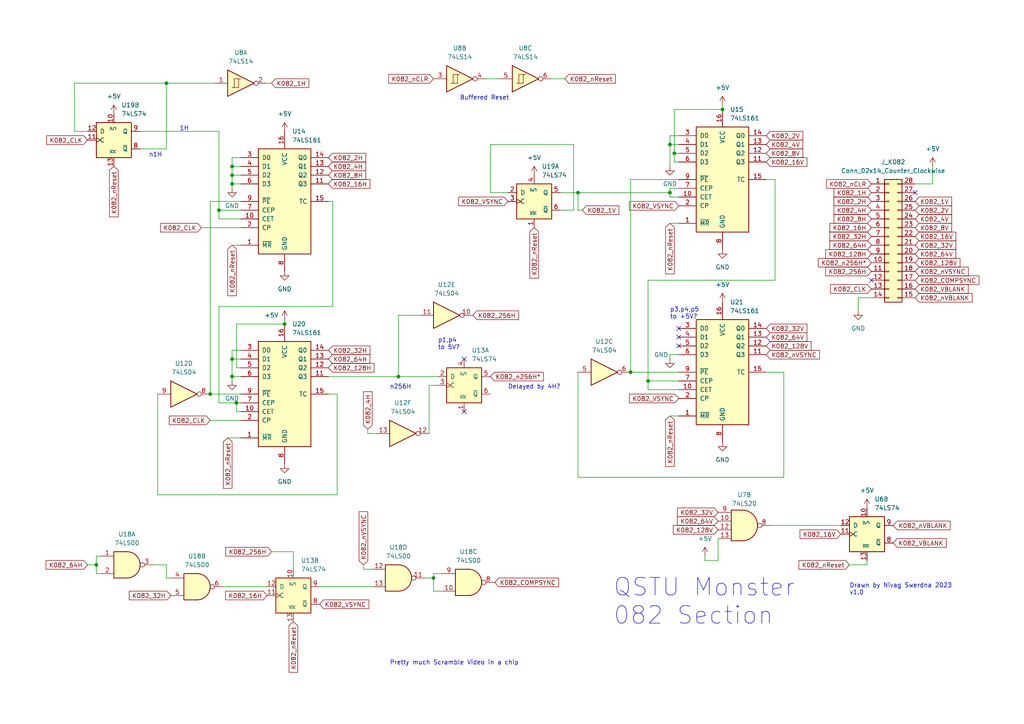
<source format=kicad_sch>
(kicad_sch (version 20230121) (generator eeschema)
  (paper "A4")
  (lib_symbols
    (symbol "74xx:74LS00" (pin_names (offset 1.016))
      (property "Reference" "U" (at 0 1.27 0))
      (property "Value" "74LS00" (at 0 -1.27 0))
      (symbol "74LS00_1_1"
        (arc (start 0 -3.81) (mid 3.7934 0) (end 0 3.81) (stroke (width 0.254)) (fill (type background)))
        (polyline (pts (xy 0 3.81) (xy -3.81 3.81) (xy -3.81 -3.81) (xy 0 -3.81)) (stroke (width 0.254)) (fill (type background)))
        (pin input line (at -7.62 2.54 0) (length 3.81) (name "~") (number "1"))
        (pin input line (at -7.62 -2.54 0) (length 3.81) (name "~") (number "2"))
        (pin output inverted (at 7.62 0 180) (length 3.81) (name "~") (number "3"))
      )
      (symbol "74LS00_1_2"
        (arc (start -3.81 -3.81) (mid -2.589 0) (end -3.81 3.81) (stroke (width 0.254)))
        (arc (start -0.6096 -3.81) (mid 2.1842 -2.5851) (end 3.81 0) (stroke (width 0.254)) (fill (type background)))
        (polyline (pts (xy -3.81 -3.81) (xy -0.635 -3.81)) (stroke (width 0.254)) (fill (type background)))
        (polyline (pts (xy -3.81 3.81) (xy -0.635 3.81)) (stroke (width 0.254)) (fill (type background)))
        (polyline (pts (xy -0.635 3.81) (xy -3.81 3.81) (xy -3.81 3.81) (xy -3.556 3.4036) (xy -3.0226 2.2606) (xy -2.6924 1.0414) (xy -2.6162 -0.254) (xy -2.7686 -1.4986) (xy -3.175 -2.7178) (xy -3.81 -3.81) (xy -3.81 -3.81) (xy -0.635 -3.81)) (stroke (width -25.4)) (fill (type background)))
        (arc (start 3.81 0) (mid 2.1915 2.5936) (end -0.6096 3.81) (stroke (width 0.254)) (fill (type background)))
        (pin input inverted (at -7.62 2.54 0) (length 4.318) (name "~") (number "1"))
        (pin input inverted (at -7.62 -2.54 0) (length 4.318) (name "~") (number "2"))
        (pin output line (at 7.62 0 180) (length 3.81) (name "~") (number "3"))
      )
      (symbol "74LS00_2_1"
        (arc (start 0 -3.81) (mid 3.7934 0) (end 0 3.81) (stroke (width 0.254)) (fill (type background)))
        (polyline (pts (xy 0 3.81) (xy -3.81 3.81) (xy -3.81 -3.81) (xy 0 -3.81)) (stroke (width 0.254)) (fill (type background)))
        (pin input line (at -7.62 2.54 0) (length 3.81) (name "~") (number "4"))
        (pin input line (at -7.62 -2.54 0) (length 3.81) (name "~") (number "5"))
        (pin output inverted (at 7.62 0 180) (length 3.81) (name "~") (number "6"))
      )
      (symbol "74LS00_2_2"
        (arc (start -3.81 -3.81) (mid -2.589 0) (end -3.81 3.81) (stroke (width 0.254)))
        (arc (start -0.6096 -3.81) (mid 2.1842 -2.5851) (end 3.81 0) (stroke (width 0.254)) (fill (type background)))
        (polyline (pts (xy -3.81 -3.81) (xy -0.635 -3.81)) (stroke (width 0.254)) (fill (type background)))
        (polyline (pts (xy -3.81 3.81) (xy -0.635 3.81)) (stroke (width 0.254)) (fill (type background)))
        (polyline (pts (xy -0.635 3.81) (xy -3.81 3.81) (xy -3.81 3.81) (xy -3.556 3.4036) (xy -3.0226 2.2606) (xy -2.6924 1.0414) (xy -2.6162 -0.254) (xy -2.7686 -1.4986) (xy -3.175 -2.7178) (xy -3.81 -3.81) (xy -3.81 -3.81) (xy -0.635 -3.81)) (stroke (width -25.4)) (fill (type background)))
        (arc (start 3.81 0) (mid 2.1915 2.5936) (end -0.6096 3.81) (stroke (width 0.254)) (fill (type background)))
        (pin input inverted (at -7.62 2.54 0) (length 4.318) (name "~") (number "4"))
        (pin input inverted (at -7.62 -2.54 0) (length 4.318) (name "~") (number "5"))
        (pin output line (at 7.62 0 180) (length 3.81) (name "~") (number "6"))
      )
      (symbol "74LS00_3_1"
        (arc (start 0 -3.81) (mid 3.7934 0) (end 0 3.81) (stroke (width 0.254)) (fill (type background)))
        (polyline (pts (xy 0 3.81) (xy -3.81 3.81) (xy -3.81 -3.81) (xy 0 -3.81)) (stroke (width 0.254)) (fill (type background)))
        (pin input line (at -7.62 -2.54 0) (length 3.81) (name "~") (number "10"))
        (pin output inverted (at 7.62 0 180) (length 3.81) (name "~") (number "8"))
        (pin input line (at -7.62 2.54 0) (length 3.81) (name "~") (number "9"))
      )
      (symbol "74LS00_3_2"
        (arc (start -3.81 -3.81) (mid -2.589 0) (end -3.81 3.81) (stroke (width 0.254)))
        (arc (start -0.6096 -3.81) (mid 2.1842 -2.5851) (end 3.81 0) (stroke (width 0.254)) (fill (type background)))
        (polyline (pts (xy -3.81 -3.81) (xy -0.635 -3.81)) (stroke (width 0.254)) (fill (type background)))
        (polyline (pts (xy -3.81 3.81) (xy -0.635 3.81)) (stroke (width 0.254)) (fill (type background)))
        (polyline (pts (xy -0.635 3.81) (xy -3.81 3.81) (xy -3.81 3.81) (xy -3.556 3.4036) (xy -3.0226 2.2606) (xy -2.6924 1.0414) (xy -2.6162 -0.254) (xy -2.7686 -1.4986) (xy -3.175 -2.7178) (xy -3.81 -3.81) (xy -3.81 -3.81) (xy -0.635 -3.81)) (stroke (width -25.4)) (fill (type background)))
        (arc (start 3.81 0) (mid 2.1915 2.5936) (end -0.6096 3.81) (stroke (width 0.254)) (fill (type background)))
        (pin input inverted (at -7.62 -2.54 0) (length 4.318) (name "~") (number "10"))
        (pin output line (at 7.62 0 180) (length 3.81) (name "~") (number "8"))
        (pin input inverted (at -7.62 2.54 0) (length 4.318) (name "~") (number "9"))
      )
      (symbol "74LS00_4_1"
        (arc (start 0 -3.81) (mid 3.7934 0) (end 0 3.81) (stroke (width 0.254)) (fill (type background)))
        (polyline (pts (xy 0 3.81) (xy -3.81 3.81) (xy -3.81 -3.81) (xy 0 -3.81)) (stroke (width 0.254)) (fill (type background)))
        (pin output inverted (at 7.62 0 180) (length 3.81) (name "~") (number "11"))
        (pin input line (at -7.62 2.54 0) (length 3.81) (name "~") (number "12"))
        (pin input line (at -7.62 -2.54 0) (length 3.81) (name "~") (number "13"))
      )
      (symbol "74LS00_4_2"
        (arc (start -3.81 -3.81) (mid -2.589 0) (end -3.81 3.81) (stroke (width 0.254)))
        (arc (start -0.6096 -3.81) (mid 2.1842 -2.5851) (end 3.81 0) (stroke (width 0.254)) (fill (type background)))
        (polyline (pts (xy -3.81 -3.81) (xy -0.635 -3.81)) (stroke (width 0.254)) (fill (type background)))
        (polyline (pts (xy -3.81 3.81) (xy -0.635 3.81)) (stroke (width 0.254)) (fill (type background)))
        (polyline (pts (xy -0.635 3.81) (xy -3.81 3.81) (xy -3.81 3.81) (xy -3.556 3.4036) (xy -3.0226 2.2606) (xy -2.6924 1.0414) (xy -2.6162 -0.254) (xy -2.7686 -1.4986) (xy -3.175 -2.7178) (xy -3.81 -3.81) (xy -3.81 -3.81) (xy -0.635 -3.81)) (stroke (width -25.4)) (fill (type background)))
        (arc (start 3.81 0) (mid 2.1915 2.5936) (end -0.6096 3.81) (stroke (width 0.254)) (fill (type background)))
        (pin output line (at 7.62 0 180) (length 3.81) (name "~") (number "11"))
        (pin input inverted (at -7.62 2.54 0) (length 4.318) (name "~") (number "12"))
        (pin input inverted (at -7.62 -2.54 0) (length 4.318) (name "~") (number "13"))
      )
      (symbol "74LS00_5_0"
        (pin power_in line (at 0 12.7 270) (length 5.08) (name "VCC") (number "14"))
        (pin power_in line (at 0 -12.7 90) (length 5.08) (name "GND") (number "7"))
      )
      (symbol "74LS00_5_1"
        (rectangle (start -5.08 7.62) (end 5.08 -7.62) (stroke (width 0.254)) (fill (type background)))
      )
    )
    (symbol "74xx:74LS04"
      (property "Reference" "U" (at 0 1.27 0))
      (property "Value" "74LS04" (at 0 -1.27 0))
      (symbol "74LS04_1_0"
        (polyline (pts (xy -3.81 3.81) (xy -3.81 -3.81) (xy 3.81 0) (xy -3.81 3.81)) (stroke (width 0.254)) (fill (type background)))
        (pin input line (at -7.62 0 0) (length 3.81) (name "~") (number "1"))
        (pin output inverted (at 7.62 0 180) (length 3.81) (name "~") (number "2"))
      )
      (symbol "74LS04_2_0"
        (polyline (pts (xy -3.81 3.81) (xy -3.81 -3.81) (xy 3.81 0) (xy -3.81 3.81)) (stroke (width 0.254)) (fill (type background)))
        (pin input line (at -7.62 0 0) (length 3.81) (name "~") (number "3"))
        (pin output inverted (at 7.62 0 180) (length 3.81) (name "~") (number "4"))
      )
      (symbol "74LS04_3_0"
        (polyline (pts (xy -3.81 3.81) (xy -3.81 -3.81) (xy 3.81 0) (xy -3.81 3.81)) (stroke (width 0.254)) (fill (type background)))
        (pin input line (at -7.62 0 0) (length 3.81) (name "~") (number "5"))
        (pin output inverted (at 7.62 0 180) (length 3.81) (name "~") (number "6"))
      )
      (symbol "74LS04_4_0"
        (polyline (pts (xy -3.81 3.81) (xy -3.81 -3.81) (xy 3.81 0) (xy -3.81 3.81)) (stroke (width 0.254)) (fill (type background)))
        (pin output inverted (at 7.62 0 180) (length 3.81) (name "~") (number "8"))
        (pin input line (at -7.62 0 0) (length 3.81) (name "~") (number "9"))
      )
      (symbol "74LS04_5_0"
        (polyline (pts (xy -3.81 3.81) (xy -3.81 -3.81) (xy 3.81 0) (xy -3.81 3.81)) (stroke (width 0.254)) (fill (type background)))
        (pin output inverted (at 7.62 0 180) (length 3.81) (name "~") (number "10"))
        (pin input line (at -7.62 0 0) (length 3.81) (name "~") (number "11"))
      )
      (symbol "74LS04_6_0"
        (polyline (pts (xy -3.81 3.81) (xy -3.81 -3.81) (xy 3.81 0) (xy -3.81 3.81)) (stroke (width 0.254)) (fill (type background)))
        (pin output inverted (at 7.62 0 180) (length 3.81) (name "~") (number "12"))
        (pin input line (at -7.62 0 0) (length 3.81) (name "~") (number "13"))
      )
      (symbol "74LS04_7_0"
        (pin power_in line (at 0 12.7 270) (length 5.08) (name "VCC") (number "14"))
        (pin power_in line (at 0 -12.7 90) (length 5.08) (name "GND") (number "7"))
      )
      (symbol "74LS04_7_1"
        (rectangle (start -5.08 7.62) (end 5.08 -7.62) (stroke (width 0.254)) (fill (type background)))
      )
    )
    (symbol "74xx:74LS14" (pin_names (offset 1.016))
      (property "Reference" "U" (at 0 1.27 0))
      (property "Value" "74LS14" (at 0 -1.27 0))
      (symbol "74LS14_1_0"
        (polyline (pts (xy -3.81 3.81) (xy -3.81 -3.81) (xy 3.81 0) (xy -3.81 3.81)) (stroke (width 0.254)) (fill (type background)))
        (pin input line (at -7.62 0 0) (length 3.81) (name "~") (number "1"))
        (pin output inverted (at 7.62 0 180) (length 3.81) (name "~") (number "2"))
      )
      (symbol "74LS14_1_1"
        (polyline (pts (xy -1.905 -1.27) (xy -1.905 1.27) (xy -0.635 1.27)))
        (polyline (pts (xy -2.54 -1.27) (xy -0.635 -1.27) (xy -0.635 1.27) (xy 0 1.27)))
      )
      (symbol "74LS14_2_0"
        (polyline (pts (xy -3.81 3.81) (xy -3.81 -3.81) (xy 3.81 0) (xy -3.81 3.81)) (stroke (width 0.254)) (fill (type background)))
        (pin input line (at -7.62 0 0) (length 3.81) (name "~") (number "3"))
        (pin output inverted (at 7.62 0 180) (length 3.81) (name "~") (number "4"))
      )
      (symbol "74LS14_2_1"
        (polyline (pts (xy -1.905 -1.27) (xy -1.905 1.27) (xy -0.635 1.27)))
        (polyline (pts (xy -2.54 -1.27) (xy -0.635 -1.27) (xy -0.635 1.27) (xy 0 1.27)))
      )
      (symbol "74LS14_3_0"
        (polyline (pts (xy -3.81 3.81) (xy -3.81 -3.81) (xy 3.81 0) (xy -3.81 3.81)) (stroke (width 0.254)) (fill (type background)))
        (pin input line (at -7.62 0 0) (length 3.81) (name "~") (number "5"))
        (pin output inverted (at 7.62 0 180) (length 3.81) (name "~") (number "6"))
      )
      (symbol "74LS14_3_1"
        (polyline (pts (xy -1.905 -1.27) (xy -1.905 1.27) (xy -0.635 1.27)))
        (polyline (pts (xy -2.54 -1.27) (xy -0.635 -1.27) (xy -0.635 1.27) (xy 0 1.27)))
      )
      (symbol "74LS14_4_0"
        (polyline (pts (xy -3.81 3.81) (xy -3.81 -3.81) (xy 3.81 0) (xy -3.81 3.81)) (stroke (width 0.254)) (fill (type background)))
        (pin output inverted (at 7.62 0 180) (length 3.81) (name "~") (number "8"))
        (pin input line (at -7.62 0 0) (length 3.81) (name "~") (number "9"))
      )
      (symbol "74LS14_4_1"
        (polyline (pts (xy -1.905 -1.27) (xy -1.905 1.27) (xy -0.635 1.27)))
        (polyline (pts (xy -2.54 -1.27) (xy -0.635 -1.27) (xy -0.635 1.27) (xy 0 1.27)))
      )
      (symbol "74LS14_5_0"
        (polyline (pts (xy -3.81 3.81) (xy -3.81 -3.81) (xy 3.81 0) (xy -3.81 3.81)) (stroke (width 0.254)) (fill (type background)))
        (pin output inverted (at 7.62 0 180) (length 3.81) (name "~") (number "10"))
        (pin input line (at -7.62 0 0) (length 3.81) (name "~") (number "11"))
      )
      (symbol "74LS14_5_1"
        (polyline (pts (xy -1.905 -1.27) (xy -1.905 1.27) (xy -0.635 1.27)))
        (polyline (pts (xy -2.54 -1.27) (xy -0.635 -1.27) (xy -0.635 1.27) (xy 0 1.27)))
      )
      (symbol "74LS14_6_0"
        (polyline (pts (xy -3.81 3.81) (xy -3.81 -3.81) (xy 3.81 0) (xy -3.81 3.81)) (stroke (width 0.254)) (fill (type background)))
        (pin output inverted (at 7.62 0 180) (length 3.81) (name "~") (number "12"))
        (pin input line (at -7.62 0 0) (length 3.81) (name "~") (number "13"))
      )
      (symbol "74LS14_6_1"
        (polyline (pts (xy -1.905 -1.27) (xy -1.905 1.27) (xy -0.635 1.27)))
        (polyline (pts (xy -2.54 -1.27) (xy -0.635 -1.27) (xy -0.635 1.27) (xy 0 1.27)))
      )
      (symbol "74LS14_7_0"
        (pin power_in line (at 0 12.7 270) (length 5.08) (name "VCC") (number "14"))
        (pin power_in line (at 0 -12.7 90) (length 5.08) (name "GND") (number "7"))
      )
      (symbol "74LS14_7_1"
        (rectangle (start -5.08 7.62) (end 5.08 -7.62) (stroke (width 0.254)) (fill (type background)))
      )
    )
    (symbol "74xx:74LS161" (pin_names (offset 1.016))
      (property "Reference" "U" (at -7.62 16.51 0))
      (property "Value" "74LS161" (at -7.62 -16.51 0))
      (symbol "74LS161_1_0"
        (pin input line (at -12.7 -12.7 0) (length 5.08) (name "~{MR}") (number "1"))
        (pin input line (at -12.7 -5.08 0) (length 5.08) (name "CET") (number "10"))
        (pin output line (at 12.7 5.08 180) (length 5.08) (name "Q3") (number "11"))
        (pin output line (at 12.7 7.62 180) (length 5.08) (name "Q2") (number "12"))
        (pin output line (at 12.7 10.16 180) (length 5.08) (name "Q1") (number "13"))
        (pin output line (at 12.7 12.7 180) (length 5.08) (name "Q0") (number "14"))
        (pin output line (at 12.7 0 180) (length 5.08) (name "TC") (number "15"))
        (pin power_in line (at 0 20.32 270) (length 5.08) (name "VCC") (number "16"))
        (pin input line (at -12.7 -7.62 0) (length 5.08) (name "CP") (number "2"))
        (pin input line (at -12.7 12.7 0) (length 5.08) (name "D0") (number "3"))
        (pin input line (at -12.7 10.16 0) (length 5.08) (name "D1") (number "4"))
        (pin input line (at -12.7 7.62 0) (length 5.08) (name "D2") (number "5"))
        (pin input line (at -12.7 5.08 0) (length 5.08) (name "D3") (number "6"))
        (pin input line (at -12.7 -2.54 0) (length 5.08) (name "CEP") (number "7"))
        (pin power_in line (at 0 -20.32 90) (length 5.08) (name "GND") (number "8"))
        (pin input line (at -12.7 0 0) (length 5.08) (name "~{PE}") (number "9"))
      )
      (symbol "74LS161_1_1"
        (rectangle (start -7.62 15.24) (end 7.62 -15.24) (stroke (width 0.254)) (fill (type background)))
      )
    )
    (symbol "74xx:74LS20" (pin_names (offset 1.016))
      (property "Reference" "U" (at 0 1.27 0))
      (property "Value" "74LS20" (at 0 -1.27 0))
      (symbol "74LS20_1_1"
        (arc (start -0.635 -4.445) (mid 3.7907 0) (end -0.635 4.445) (stroke (width 0.254)) (fill (type background)))
        (polyline (pts (xy -0.635 4.445) (xy -3.81 4.445) (xy -3.81 -4.445) (xy -0.635 -4.445)) (stroke (width 0.254)) (fill (type background)))
        (pin input line (at -7.62 3.81 0) (length 3.81) (name "~") (number "1"))
        (pin input line (at -7.62 1.27 0) (length 3.81) (name "~") (number "2"))
        (pin input line (at -7.62 -1.27 0) (length 3.81) (name "~") (number "4"))
        (pin input line (at -7.62 -3.81 0) (length 3.81) (name "~") (number "5"))
        (pin output inverted (at 7.62 0 180) (length 3.81) (name "~") (number "6"))
      )
      (symbol "74LS20_1_2"
        (arc (start -3.81 -4.445) (mid -2.5908 0) (end -3.81 4.445) (stroke (width 0.254)))
        (arc (start -0.6096 -4.445) (mid 2.2246 -2.8422) (end 3.81 0) (stroke (width 0.254)) (fill (type background)))
        (polyline (pts (xy -3.81 -4.445) (xy -0.635 -4.445)) (stroke (width 0.254)) (fill (type background)))
        (polyline (pts (xy -3.81 4.445) (xy -0.635 4.445)) (stroke (width 0.254)) (fill (type background)))
        (polyline (pts (xy -0.635 4.445) (xy -3.81 4.445) (xy -3.81 4.445) (xy -3.6322 4.0894) (xy -3.0988 2.921) (xy -2.7686 1.6764) (xy -2.6162 0.4318) (xy -2.6416 -0.8636) (xy -2.8702 -2.1082) (xy -3.2512 -3.3274) (xy -3.81 -4.445) (xy -3.81 -4.445) (xy -0.635 -4.445)) (stroke (width -25.4)) (fill (type background)))
        (arc (start 3.81 0) (mid 2.2204 2.8379) (end -0.6096 4.445) (stroke (width 0.254)) (fill (type background)))
        (pin input inverted (at -7.62 3.81 0) (length 3.81) (name "~") (number "1"))
        (pin input inverted (at -7.62 1.27 0) (length 4.826) (name "~") (number "2"))
        (pin input inverted (at -7.62 -1.27 0) (length 4.826) (name "~") (number "4"))
        (pin input inverted (at -7.62 -3.81 0) (length 3.81) (name "~") (number "5"))
        (pin output line (at 7.62 0 180) (length 3.81) (name "~") (number "6"))
      )
      (symbol "74LS20_2_1"
        (arc (start -0.635 -4.445) (mid 3.7907 0) (end -0.635 4.445) (stroke (width 0.254)) (fill (type background)))
        (polyline (pts (xy -0.635 4.445) (xy -3.81 4.445) (xy -3.81 -4.445) (xy -0.635 -4.445)) (stroke (width 0.254)) (fill (type background)))
        (pin input line (at -7.62 1.27 0) (length 3.81) (name "~") (number "10"))
        (pin input line (at -7.62 -1.27 0) (length 3.81) (name "~") (number "12"))
        (pin input line (at -7.62 -3.81 0) (length 3.81) (name "~") (number "13"))
        (pin output inverted (at 7.62 0 180) (length 3.81) (name "~") (number "8"))
        (pin input line (at -7.62 3.81 0) (length 3.81) (name "~") (number "9"))
      )
      (symbol "74LS20_2_2"
        (arc (start -3.81 -4.445) (mid -2.5908 0) (end -3.81 4.445) (stroke (width 0.254)))
        (arc (start -0.6096 -4.445) (mid 2.2246 -2.8422) (end 3.81 0) (stroke (width 0.254)) (fill (type background)))
        (polyline (pts (xy -3.81 -4.445) (xy -0.635 -4.445)) (stroke (width 0.254)) (fill (type background)))
        (polyline (pts (xy -3.81 4.445) (xy -0.635 4.445)) (stroke (width 0.254)) (fill (type background)))
        (polyline (pts (xy -0.635 4.445) (xy -3.81 4.445) (xy -3.81 4.445) (xy -3.6322 4.0894) (xy -3.0988 2.921) (xy -2.7686 1.6764) (xy -2.6162 0.4318) (xy -2.6416 -0.8636) (xy -2.8702 -2.1082) (xy -3.2512 -3.3274) (xy -3.81 -4.445) (xy -3.81 -4.445) (xy -0.635 -4.445)) (stroke (width -25.4)) (fill (type background)))
        (arc (start 3.81 0) (mid 2.2204 2.8379) (end -0.6096 4.445) (stroke (width 0.254)) (fill (type background)))
        (pin input inverted (at -7.62 1.27 0) (length 4.826) (name "~") (number "10"))
        (pin input inverted (at -7.62 -1.27 0) (length 4.826) (name "~") (number "12"))
        (pin input inverted (at -7.62 -3.81 0) (length 3.81) (name "~") (number "13"))
        (pin output line (at 7.62 0 180) (length 3.81) (name "~") (number "8"))
        (pin input inverted (at -7.62 3.81 0) (length 3.81) (name "~") (number "9"))
      )
      (symbol "74LS20_3_0"
        (pin power_in line (at 0 12.7 270) (length 5.08) (name "VCC") (number "14"))
        (pin power_in line (at 0 -12.7 90) (length 5.08) (name "GND") (number "7"))
      )
      (symbol "74LS20_3_1"
        (rectangle (start -5.08 7.62) (end 5.08 -7.62) (stroke (width 0.254)) (fill (type background)))
      )
    )
    (symbol "74xx:74LS74" (pin_names (offset 1.016))
      (property "Reference" "U" (at -7.62 8.89 0))
      (property "Value" "74LS74" (at -7.62 -8.89 0))
      (symbol "74LS74_1_0"
        (pin input line (at 0 -7.62 90) (length 2.54) (name "~{R}") (number "1"))
        (pin input line (at -7.62 2.54 0) (length 2.54) (name "D") (number "2"))
        (pin input clock (at -7.62 0 0) (length 2.54) (name "C") (number "3"))
        (pin input line (at 0 7.62 270) (length 2.54) (name "~{S}") (number "4"))
        (pin output line (at 7.62 2.54 180) (length 2.54) (name "Q") (number "5"))
        (pin output line (at 7.62 -2.54 180) (length 2.54) (name "~{Q}") (number "6"))
      )
      (symbol "74LS74_1_1"
        (rectangle (start -5.08 5.08) (end 5.08 -5.08) (stroke (width 0.254)) (fill (type background)))
      )
      (symbol "74LS74_2_0"
        (pin input line (at 0 7.62 270) (length 2.54) (name "~{S}") (number "10"))
        (pin input clock (at -7.62 0 0) (length 2.54) (name "C") (number "11"))
        (pin input line (at -7.62 2.54 0) (length 2.54) (name "D") (number "12"))
        (pin input line (at 0 -7.62 90) (length 2.54) (name "~{R}") (number "13"))
        (pin output line (at 7.62 -2.54 180) (length 2.54) (name "~{Q}") (number "8"))
        (pin output line (at 7.62 2.54 180) (length 2.54) (name "Q") (number "9"))
      )
      (symbol "74LS74_2_1"
        (rectangle (start -5.08 5.08) (end 5.08 -5.08) (stroke (width 0.254)) (fill (type background)))
      )
      (symbol "74LS74_3_0"
        (pin power_in line (at 0 10.16 270) (length 2.54) (name "VCC") (number "14"))
        (pin power_in line (at 0 -10.16 90) (length 2.54) (name "GND") (number "7"))
      )
      (symbol "74LS74_3_1"
        (rectangle (start -5.08 7.62) (end 5.08 -7.62) (stroke (width 0.254)) (fill (type background)))
      )
    )
    (symbol "Connector_Generic:Conn_02x14_Counter_Clockwise" (pin_names (offset 1.016) hide)
      (property "Reference" "J" (at 1.27 17.78 0))
      (property "Value" "Conn_02x14_Counter_Clockwise" (at 1.27 -20.32 0))
      (symbol "Conn_02x14_Counter_Clockwise_1_1"
        (rectangle (start -1.27 -17.653) (end 0 -17.907) (stroke (width 0.1524)))
        (rectangle (start -1.27 -15.113) (end 0 -15.367) (stroke (width 0.1524)))
        (rectangle (start -1.27 -12.573) (end 0 -12.827) (stroke (width 0.1524)))
        (rectangle (start -1.27 -10.033) (end 0 -10.287) (stroke (width 0.1524)))
        (rectangle (start -1.27 -7.493) (end 0 -7.747) (stroke (width 0.1524)))
        (rectangle (start -1.27 -4.953) (end 0 -5.207) (stroke (width 0.1524)))
        (rectangle (start -1.27 -2.413) (end 0 -2.667) (stroke (width 0.1524)))
        (rectangle (start -1.27 0.127) (end 0 -0.127) (stroke (width 0.1524)))
        (rectangle (start -1.27 2.667) (end 0 2.413) (stroke (width 0.1524)))
        (rectangle (start -1.27 5.207) (end 0 4.953) (stroke (width 0.1524)))
        (rectangle (start -1.27 7.747) (end 0 7.493) (stroke (width 0.1524)))
        (rectangle (start -1.27 10.287) (end 0 10.033) (stroke (width 0.1524)))
        (rectangle (start -1.27 12.827) (end 0 12.573) (stroke (width 0.1524)))
        (rectangle (start -1.27 15.367) (end 0 15.113) (stroke (width 0.1524)))
        (rectangle (start -1.27 16.51) (end 3.81 -19.05) (stroke (width 0.254)) (fill (type background)))
        (rectangle (start 3.81 -17.653) (end 2.54 -17.907) (stroke (width 0.1524)))
        (rectangle (start 3.81 -15.113) (end 2.54 -15.367) (stroke (width 0.1524)))
        (rectangle (start 3.81 -12.573) (end 2.54 -12.827) (stroke (width 0.1524)))
        (rectangle (start 3.81 -10.033) (end 2.54 -10.287) (stroke (width 0.1524)))
        (rectangle (start 3.81 -7.493) (end 2.54 -7.747) (stroke (width 0.1524)))
        (rectangle (start 3.81 -4.953) (end 2.54 -5.207) (stroke (width 0.1524)))
        (rectangle (start 3.81 -2.413) (end 2.54 -2.667) (stroke (width 0.1524)))
        (rectangle (start 3.81 0.127) (end 2.54 -0.127) (stroke (width 0.1524)))
        (rectangle (start 3.81 2.667) (end 2.54 2.413) (stroke (width 0.1524)))
        (rectangle (start 3.81 5.207) (end 2.54 4.953) (stroke (width 0.1524)))
        (rectangle (start 3.81 7.747) (end 2.54 7.493) (stroke (width 0.1524)))
        (rectangle (start 3.81 10.287) (end 2.54 10.033) (stroke (width 0.1524)))
        (rectangle (start 3.81 12.827) (end 2.54 12.573) (stroke (width 0.1524)))
        (rectangle (start 3.81 15.367) (end 2.54 15.113) (stroke (width 0.1524)))
        (pin passive line (at -5.08 15.24 0) (length 3.81) (name "Pin_1") (number "1"))
        (pin passive line (at -5.08 -7.62 0) (length 3.81) (name "Pin_10") (number "10"))
        (pin passive line (at -5.08 -10.16 0) (length 3.81) (name "Pin_11") (number "11"))
        (pin passive line (at -5.08 -12.7 0) (length 3.81) (name "Pin_12") (number "12"))
        (pin passive line (at -5.08 -15.24 0) (length 3.81) (name "Pin_13") (number "13"))
        (pin passive line (at -5.08 -17.78 0) (length 3.81) (name "Pin_14") (number "14"))
        (pin passive line (at 7.62 -17.78 180) (length 3.81) (name "Pin_15") (number "15"))
        (pin passive line (at 7.62 -15.24 180) (length 3.81) (name "Pin_16") (number "16"))
        (pin passive line (at 7.62 -12.7 180) (length 3.81) (name "Pin_17") (number "17"))
        (pin passive line (at 7.62 -10.16 180) (length 3.81) (name "Pin_18") (number "18"))
        (pin passive line (at 7.62 -7.62 180) (length 3.81) (name "Pin_19") (number "19"))
        (pin passive line (at -5.08 12.7 0) (length 3.81) (name "Pin_2") (number "2"))
        (pin passive line (at 7.62 -5.08 180) (length 3.81) (name "Pin_20") (number "20"))
        (pin passive line (at 7.62 -2.54 180) (length 3.81) (name "Pin_21") (number "21"))
        (pin passive line (at 7.62 0 180) (length 3.81) (name "Pin_22") (number "22"))
        (pin passive line (at 7.62 2.54 180) (length 3.81) (name "Pin_23") (number "23"))
        (pin passive line (at 7.62 5.08 180) (length 3.81) (name "Pin_24") (number "24"))
        (pin passive line (at 7.62 7.62 180) (length 3.81) (name "Pin_25") (number "25"))
        (pin passive line (at 7.62 10.16 180) (length 3.81) (name "Pin_26") (number "26"))
        (pin passive line (at 7.62 12.7 180) (length 3.81) (name "Pin_27") (number "27"))
        (pin passive line (at 7.62 15.24 180) (length 3.81) (name "Pin_28") (number "28"))
        (pin passive line (at -5.08 10.16 0) (length 3.81) (name "Pin_3") (number "3"))
        (pin passive line (at -5.08 7.62 0) (length 3.81) (name "Pin_4") (number "4"))
        (pin passive line (at -5.08 5.08 0) (length 3.81) (name "Pin_5") (number "5"))
        (pin passive line (at -5.08 2.54 0) (length 3.81) (name "Pin_6") (number "6"))
        (pin passive line (at -5.08 0 0) (length 3.81) (name "Pin_7") (number "7"))
        (pin passive line (at -5.08 -2.54 0) (length 3.81) (name "Pin_8") (number "8"))
        (pin passive line (at -5.08 -5.08 0) (length 3.81) (name "Pin_9") (number "9"))
      )
    )
    (symbol "power:+5V" (power) (pin_names (offset 0))
      (property "Value" "+5V" (at 0 3.556 0))
      (symbol "+5V_0_1"
        (polyline (pts (xy -0.762 1.27) (xy 0 2.54)))
        (polyline (pts (xy 0 0) (xy 0 2.54)))
        (polyline (pts (xy 0 2.54) (xy 0.762 1.27)))
      )
      (symbol "+5V_1_1"
        (pin power_in line (at 0 0 90) (length 0) hide (name "+5V") (number "1"))
      )
    )
    (symbol "power:GND" (power) (pin_names (offset 0))
      (property "Value" "GND" (at 0 -3.81 0))
      (symbol "GND_0_1"
        (polyline (pts (xy 0 0) (xy 0 -1.27) (xy 1.27 -1.27) (xy 0 -2.54) (xy -1.27 -1.27) (xy 0 -1.27)))
      )
      (symbol "GND_1_1"
        (pin power_in line (at 0 0 270) (length 0) hide (name "GND") (number "1"))
      )
    )
  )
  (junction (at 67.31 109.22))
  (junction (at 67.31 50.8))
  (junction (at 60.96 114.3))
  (junction (at 195.58 44.45))
  (junction (at 187.96 110.49))
  (junction (at 67.31 53.34))
  (junction (at 48.26 24.13))
  (junction (at 167.64 55.88))
  (junction (at 67.31 104.14))
  (junction (at 194.31 55.88))
  (junction (at 68.58 116.84))
  (junction (at 194.31 41.91))
  (junction (at 182.88 107.95))
  (junction (at 209.55 31.75))
  (junction (at 82.55 93.98))
  (junction (at 115.57 109.22))
  (junction (at 67.31 48.26))
  (junction (at 27.94 163.83))
  (junction (at 63.5 60.96))
  (junction (at 125.73 167.64))
  (no_connect (at 196.85 97.79))
  (no_connect (at 265.43 55.88))
  (no_connect (at 134.62 119.38))
  (no_connect (at 196.85 95.25))
  (no_connect (at 252.73 81.28))
  (no_connect (at 134.62 104.14))
  (no_connect (at 196.85 100.33))
  (wire (pts (xy 67.31 104.14) (xy 69.85 104.14)))
  (wire (pts (xy 92.71 170.18) (xy 107.95 170.18)))
  (wire (pts (xy 187.96 81.28) (xy 187.96 110.49)))
  (wire (pts (xy 69.85 63.5) (xy 63.5 63.5)))
  (wire (pts (xy 67.31 48.26) (xy 69.85 48.26)))
  (wire (pts (xy 48.26 163.83) (xy 48.26 167.64)))
  (wire (pts (xy 123.19 167.64) (xy 125.73 167.64)))
  (wire (pts (xy 48.26 24.13) (xy 62.23 24.13)))
  (wire (pts (xy 77.47 170.18) (xy 64.77 170.18)))
  (wire (pts (xy 48.26 43.18) (xy 48.26 24.13)))
  (wire (pts (xy 194.31 102.87) (xy 196.85 102.87)))
  (wire (pts (xy 60.96 121.92) (xy 69.85 121.92)))
  (wire (pts (xy 97.79 143.51) (xy 97.79 114.3)))
  (wire (pts (xy 68.58 93.98) (xy 82.55 93.98)))
  (wire (pts (xy 67.31 101.6) (xy 67.31 104.14)))
  (wire (pts (xy 40.64 43.18) (xy 48.26 43.18)))
  (wire (pts (xy 251.46 163.83) (xy 251.46 162.56)))
  (wire (pts (xy 78.74 24.13) (xy 77.47 24.13)))
  (wire (pts (xy 67.31 50.8) (xy 69.85 50.8)))
  (wire (pts (xy 222.25 107.95) (xy 227.33 107.95)))
  (wire (pts (xy 48.26 24.13) (xy 21.59 24.13)))
  (wire (pts (xy 194.31 54.61) (xy 196.85 54.61)))
  (wire (pts (xy 194.31 55.88) (xy 194.31 54.61)))
  (wire (pts (xy 194.31 39.37) (xy 194.31 41.91)))
  (wire (pts (xy 128.27 171.45) (xy 125.73 171.45)))
  (wire (pts (xy 67.31 48.26) (xy 67.31 45.72)))
  (wire (pts (xy 115.57 91.44) (xy 121.92 91.44)))
  (wire (pts (xy 125.73 166.37) (xy 128.27 166.37)))
  (wire (pts (xy 67.31 53.34) (xy 67.31 50.8)))
  (wire (pts (xy 67.31 104.14) (xy 67.31 109.22)))
  (wire (pts (xy 194.31 57.15) (xy 194.31 55.88)))
  (wire (pts (xy 194.31 41.91) (xy 196.85 41.91)))
  (wire (pts (xy 196.85 39.37) (xy 194.31 39.37)))
  (wire (pts (xy 196.85 46.99) (xy 195.58 46.99)))
  (wire (pts (xy 67.31 50.8) (xy 67.31 48.26)))
  (wire (pts (xy 27.94 166.37) (xy 27.94 163.83)))
  (wire (pts (xy 106.68 125.73) (xy 109.22 125.73)))
  (wire (pts (xy 167.64 55.88) (xy 194.31 55.88)))
  (wire (pts (xy 125.73 167.64) (xy 125.73 166.37)))
  (wire (pts (xy 168.91 60.96) (xy 167.64 60.96)))
  (wire (pts (xy 115.57 109.22) (xy 115.57 91.44)))
  (wire (pts (xy 44.45 163.83) (xy 48.26 163.83)))
  (wire (pts (xy 63.5 88.9) (xy 96.52 88.9)))
  (wire (pts (xy 246.38 163.83) (xy 251.46 163.83)))
  (wire (pts (xy 96.52 88.9) (xy 96.52 58.42)))
  (wire (pts (xy 69.85 106.68) (xy 68.58 106.68)))
  (wire (pts (xy 25.4 163.83) (xy 27.94 163.83)))
  (wire (pts (xy 115.57 109.22) (xy 127 109.22)))
  (wire (pts (xy 160.02 22.86) (xy 163.83 22.86)))
  (wire (pts (xy 208.28 162.56) (xy 204.47 162.56)))
  (wire (pts (xy 67.31 53.34) (xy 69.85 53.34)))
  (wire (pts (xy 194.31 104.14) (xy 194.31 102.87)))
  (wire (pts (xy 67.31 109.22) (xy 69.85 109.22)))
  (wire (pts (xy 194.31 120.65) (xy 196.85 120.65)))
  (wire (pts (xy 105.41 163.83) (xy 105.41 165.1)))
  (wire (pts (xy 67.31 109.22) (xy 67.31 110.49)))
  (wire (pts (xy 142.24 41.91) (xy 142.24 55.88)))
  (wire (pts (xy 194.31 41.91) (xy 194.31 48.26)))
  (wire (pts (xy 40.64 38.1) (xy 63.5 38.1)))
  (wire (pts (xy 224.79 81.28) (xy 224.79 52.07)))
  (wire (pts (xy 124.46 111.76) (xy 127 111.76)))
  (wire (pts (xy 223.52 152.4) (xy 243.84 152.4)))
  (wire (pts (xy 167.64 107.95) (xy 167.64 138.43)))
  (wire (pts (xy 63.5 60.96) (xy 69.85 60.96)))
  (wire (pts (xy 60.96 58.42) (xy 69.85 58.42)))
  (wire (pts (xy 60.96 114.3) (xy 60.96 58.42)))
  (wire (pts (xy 78.74 160.02) (xy 85.09 160.02)))
  (wire (pts (xy 195.58 44.45) (xy 196.85 44.45)))
  (wire (pts (xy 140.97 22.86) (xy 144.78 22.86)))
  (wire (pts (xy 167.64 60.96) (xy 167.64 55.88)))
  (wire (pts (xy 209.55 30.48) (xy 209.55 31.75)))
  (wire (pts (xy 166.37 60.96) (xy 166.37 41.91)))
  (wire (pts (xy 63.5 116.84) (xy 63.5 88.9)))
  (wire (pts (xy 67.31 45.72) (xy 69.85 45.72)))
  (wire (pts (xy 194.31 64.77) (xy 196.85 64.77)))
  (wire (pts (xy 25.4 38.1) (xy 21.59 38.1)))
  (wire (pts (xy 195.58 44.45) (xy 195.58 31.75)))
  (wire (pts (xy 21.59 38.1) (xy 21.59 24.13)))
  (wire (pts (xy 227.33 138.43) (xy 167.64 138.43)))
  (wire (pts (xy 105.41 165.1) (xy 107.95 165.1)))
  (wire (pts (xy 187.96 110.49) (xy 187.96 113.03)))
  (wire (pts (xy 106.68 124.46) (xy 106.68 125.73)))
  (wire (pts (xy 142.24 55.88) (xy 147.32 55.88)))
  (wire (pts (xy 265.43 53.34) (xy 270.51 53.34)))
  (wire (pts (xy 68.58 116.84) (xy 69.85 116.84)))
  (wire (pts (xy 195.58 31.75) (xy 209.55 31.75)))
  (wire (pts (xy 208.28 156.21) (xy 208.28 162.56)))
  (wire (pts (xy 227.33 107.95) (xy 227.33 138.43)))
  (wire (pts (xy 162.56 60.96) (xy 166.37 60.96)))
  (wire (pts (xy 248.92 86.36) (xy 248.92 90.17)))
  (wire (pts (xy 224.79 52.07) (xy 222.25 52.07)))
  (wire (pts (xy 27.94 163.83) (xy 27.94 161.29)))
  (wire (pts (xy 194.31 57.15) (xy 196.85 57.15)))
  (wire (pts (xy 95.25 109.22) (xy 115.57 109.22)))
  (wire (pts (xy 68.58 119.38) (xy 68.58 116.84)))
  (wire (pts (xy 96.52 58.42) (xy 95.25 58.42)))
  (wire (pts (xy 27.94 161.29) (xy 29.21 161.29)))
  (wire (pts (xy 270.51 53.34) (xy 270.51 48.26)))
  (wire (pts (xy 58.42 66.04) (xy 69.85 66.04)))
  (wire (pts (xy 67.31 71.12) (xy 69.85 71.12)))
  (wire (pts (xy 66.04 127) (xy 69.85 127)))
  (wire (pts (xy 252.73 86.36) (xy 248.92 86.36)))
  (wire (pts (xy 166.37 41.91) (xy 142.24 41.91)))
  (wire (pts (xy 182.88 52.07) (xy 182.88 107.95)))
  (wire (pts (xy 85.09 160.02) (xy 85.09 165.1)))
  (wire (pts (xy 45.72 143.51) (xy 97.79 143.51)))
  (wire (pts (xy 48.26 167.64) (xy 49.53 167.64)))
  (wire (pts (xy 63.5 60.96) (xy 63.5 38.1)))
  (wire (pts (xy 195.58 46.99) (xy 195.58 44.45)))
  (wire (pts (xy 125.73 171.45) (xy 125.73 167.64)))
  (wire (pts (xy 60.96 114.3) (xy 69.85 114.3)))
  (wire (pts (xy 82.55 92.71) (xy 82.55 93.98)))
  (wire (pts (xy 222.25 46.99) (xy 220.98 46.99)))
  (wire (pts (xy 63.5 60.96) (xy 63.5 63.5)))
  (wire (pts (xy 196.85 52.07) (xy 182.88 52.07)))
  (wire (pts (xy 69.85 119.38) (xy 68.58 119.38)))
  (wire (pts (xy 182.88 107.95) (xy 196.85 107.95)))
  (wire (pts (xy 204.47 161.29) (xy 204.47 162.56)))
  (wire (pts (xy 124.46 111.76) (xy 124.46 125.73)))
  (wire (pts (xy 69.85 101.6) (xy 67.31 101.6)))
  (wire (pts (xy 68.58 106.68) (xy 68.58 93.98)))
  (wire (pts (xy 29.21 166.37) (xy 27.94 166.37)))
  (wire (pts (xy 45.72 114.3) (xy 45.72 143.51)))
  (wire (pts (xy 63.5 116.84) (xy 68.58 116.84)))
  (wire (pts (xy 187.96 110.49) (xy 196.85 110.49)))
  (wire (pts (xy 187.96 113.03) (xy 196.85 113.03)))
  (wire (pts (xy 97.79 114.3) (xy 95.25 114.3)))
  (wire (pts (xy 187.96 81.28) (xy 224.79 81.28)))
  (wire (pts (xy 67.31 54.61) (xy 67.31 53.34)))
  (wire (pts (xy 162.56 55.88) (xy 167.64 55.88)))
  (text "QSTU Monster\n082 Section" (at 177.8 181.61 0) (effects (font (size 5.08 5.08)) (justify left bottom)))
  (text "p3,p4,p5\nto +5V?" (at 194.31 92.71 0) (effects (font (size 1.27 1.27)) (justify left bottom)))
  (text "1H" (at 52.07 38.1 0) (effects (font (size 1.27 1.27)) (justify left bottom)))
  (text "Pretty much Scramble Video in a chip" (at 113.03 193.04 0) (effects (font (size 1.27 1.27)) (justify left bottom)))
  (text "Buffered Reset" (at 133.35 29.21 0) (effects (font (size 1.27 1.27)) (justify left bottom)))
  (text "Delayed by 4H?" (at 147.32 113.03 0) (effects (font (size 1.27 1.27)) (justify left bottom)))
  (text "Drawn by Nivag Swerdna 2023\nv1.0" (at 246.38 172.72 0) (effects (font (size 1.27 1.27)) (justify left bottom)))
  (text "n256H" (at 113.03 113.03 0) (effects (font (size 1.27 1.27)) (justify left bottom)))
  (text "n1H" (at 43.18 45.72 0) (effects (font (size 1.27 1.27)) (justify left bottom)))
  (text "p1,p4\nto 5V?" (at 127 101.6 0) (effects (font (size 1.27 1.27)) (justify left bottom)))
  (global_label "K082_1H" (shape input) (at 252.73 55.88 180) (property "Intersheetrefs" "${INTERSHEET_REFS}" (effects hide)))
  (global_label "K082_16V" (shape input) (at 265.43 68.58 0) (property "Intersheetrefs" "${INTERSHEET_REFS}" (effects hide)))
  (global_label "K082_64V" (shape input) (at 208.28 151.13 180) (property "Intersheetrefs" "${INTERSHEET_REFS}" (effects hide)))
  (global_label "K082_VBLANK" (shape input) (at 259.08 157.48 0) (property "Intersheetrefs" "${INTERSHEET_REFS}" (effects hide)))
  (global_label "K082_nReset" (shape input) (at 67.31 71.12 270) (property "Intersheetrefs" "${INTERSHEET_REFS}" (effects hide)))
  (global_label "K082_64H" (shape input) (at 252.73 71.12 180) (property "Intersheetrefs" "${INTERSHEET_REFS}" (effects hide)))
  (global_label "K082_nReset" (shape input) (at 246.38 163.83 180) (property "Intersheetrefs" "${INTERSHEET_REFS}" (effects hide)))
  (global_label "K082_128H" (shape input) (at 252.73 73.66 180) (property "Intersheetrefs" "${INTERSHEET_REFS}" (effects hide)))
  (global_label "K082_nCLR" (shape input) (at 252.73 53.34 180) (property "Intersheetrefs" "${INTERSHEET_REFS}" (effects hide)))
  (global_label "K082_nVSYNC" (shape input) (at 222.25 102.87 0) (property "Intersheetrefs" "${INTERSHEET_REFS}" (effects hide)))
  (global_label "K082_nVBLANK" (shape input) (at 265.43 86.36 0) (property "Intersheetrefs" "${INTERSHEET_REFS}" (effects hide)))
  (global_label "K082_32H" (shape input) (at 252.73 68.58 180) (property "Intersheetrefs" "${INTERSHEET_REFS}" (effects hide)))
  (global_label "K082_16V" (shape input) (at 243.84 154.94 180) (property "Intersheetrefs" "${INTERSHEET_REFS}" (effects hide)))
  (global_label "K082_2H" (shape input) (at 95.25 45.72 0) (property "Intersheetrefs" "${INTERSHEET_REFS}" (effects hide)))
  (global_label "K082_8V" (shape input) (at 265.43 66.04 0) (property "Intersheetrefs" "${INTERSHEET_REFS}" (effects hide)))
  (global_label "K082_8H" (shape input) (at 95.25 50.8 0) (property "Intersheetrefs" "${INTERSHEET_REFS}" (effects hide)))
  (global_label "K082_4H" (shape input) (at 106.68 124.46 90) (property "Intersheetrefs" "${INTERSHEET_REFS}" (effects hide)))
  (global_label "K082_2V" (shape input) (at 265.43 60.96 0) (property "Intersheetrefs" "${INTERSHEET_REFS}" (effects hide)))
  (global_label "K082_CLK" (shape input) (at 252.73 83.82 180) (property "Intersheetrefs" "${INTERSHEET_REFS}" (effects hide)))
  (global_label "K082_nVSYNC" (shape input) (at 105.41 163.83 90) (property "Intersheetrefs" "${INTERSHEET_REFS}" (effects hide)))
  (global_label "K082_128V" (shape input) (at 208.28 153.67 180) (property "Intersheetrefs" "${INTERSHEET_REFS}" (effects hide)))
  (global_label "K082_32V" (shape input) (at 222.25 95.25 0) (property "Intersheetrefs" "${INTERSHEET_REFS}" (effects hide)))
  (global_label "K082_16V" (shape input) (at 222.25 46.99 0) (property "Intersheetrefs" "${INTERSHEET_REFS}" (effects hide)))
  (global_label "K082_1H" (shape input) (at 78.74 24.13 0) (property "Intersheetrefs" "${INTERSHEET_REFS}" (effects hide)))
  (global_label "K082_64H" (shape input) (at 95.25 104.14 0) (property "Intersheetrefs" "${INTERSHEET_REFS}" (effects hide)))
  (global_label "K082_VSYNC" (shape input) (at 92.71 175.26 0) (property "Intersheetrefs" "${INTERSHEET_REFS}" (effects hide)))
  (global_label "K082_8H" (shape input) (at 252.73 63.5 180) (property "Intersheetrefs" "${INTERSHEET_REFS}" (effects hide)))
  (global_label "K082_256H" (shape input) (at 252.73 78.74 180) (property "Intersheetrefs" "${INTERSHEET_REFS}" (effects hide)))
  (global_label "K082_2H" (shape input) (at 252.73 58.42 180) (property "Intersheetrefs" "${INTERSHEET_REFS}" (effects hide)))
  (global_label "K082_CLK" (shape input) (at 60.96 121.92 180) (property "Intersheetrefs" "${INTERSHEET_REFS}" (effects hide)))
  (global_label "K082_VSYNC" (shape input) (at 196.85 115.57 180) (property "Intersheetrefs" "${INTERSHEET_REFS}" (effects hide)))
  (global_label "K082_4V" (shape input) (at 222.25 41.91 0) (property "Intersheetrefs" "${INTERSHEET_REFS}" (effects hide)))
  (global_label "K082_1V" (shape input) (at 168.91 60.96 0) (property "Intersheetrefs" "${INTERSHEET_REFS}" (effects hide)))
  (global_label "K082_VSYNC" (shape input) (at 196.85 59.69 180) (property "Intersheetrefs" "${INTERSHEET_REFS}" (effects hide)))
  (global_label "K082_64V" (shape input) (at 222.25 97.79 0) (property "Intersheetrefs" "${INTERSHEET_REFS}" (effects hide)))
  (global_label "K082_128V" (shape input) (at 265.43 76.2 0) (property "Intersheetrefs" "${INTERSHEET_REFS}" (effects hide)))
  (global_label "K082_nReset" (shape input) (at 163.83 22.86 0) (property "Intersheetrefs" "${INTERSHEET_REFS}" (effects hide)))
  (global_label "K082_COMPSYNC" (shape input) (at 265.43 81.28 0) (property "Intersheetrefs" "${INTERSHEET_REFS}" (effects hide)))
  (global_label "K082_64H" (shape input) (at 25.4 163.83 180) (property "Intersheetrefs" "${INTERSHEET_REFS}" (effects hide)))
  (global_label "K082_VBLANK" (shape input) (at 265.43 83.82 0) (property "Intersheetrefs" "${INTERSHEET_REFS}" (effects hide)))
  (global_label "K082_128H" (shape input) (at 95.25 106.68 0) (property "Intersheetrefs" "${INTERSHEET_REFS}" (effects hide)))
  (global_label "K082_256H" (shape input) (at 78.74 160.02 180) (property "Intersheetrefs" "${INTERSHEET_REFS}" (effects hide)))
  (global_label "K082_128V" (shape input) (at 222.25 100.33 0) (property "Intersheetrefs" "${INTERSHEET_REFS}" (effects hide)))
  (global_label "K082_CLK" (shape input) (at 58.42 66.04 180) (property "Intersheetrefs" "${INTERSHEET_REFS}" (effects hide)))
  (global_label "K082_32V" (shape input) (at 208.28 148.59 180) (property "Intersheetrefs" "${INTERSHEET_REFS}" (effects hide)))
  (global_label "K082_32H" (shape input) (at 49.53 172.72 180) (property "Intersheetrefs" "${INTERSHEET_REFS}" (effects hide)))
  (global_label "K082_2V" (shape input) (at 222.25 39.37 0) (property "Intersheetrefs" "${INTERSHEET_REFS}" (effects hide)))
  (global_label "K082_4H" (shape input) (at 95.25 48.26 0) (property "Intersheetrefs" "${INTERSHEET_REFS}" (effects hide)))
  (global_label "K082_16H" (shape input) (at 252.73 66.04 180) (property "Intersheetrefs" "${INTERSHEET_REFS}" (effects hide)))
  (global_label "K082_n256H*" (shape input) (at 142.24 109.22 0) (property "Intersheetrefs" "${INTERSHEET_REFS}" (effects hide)))
  (global_label "K082_256H" (shape input) (at 137.16 91.44 0) (property "Intersheetrefs" "${INTERSHEET_REFS}" (effects hide)))
  (global_label "K082_nReset" (shape input) (at 194.31 64.77 270) (property "Intersheetrefs" "${INTERSHEET_REFS}" (effects hide)))
  (global_label "K082_n256H*" (shape input) (at 252.73 76.2 180) (property "Intersheetrefs" "${INTERSHEET_REFS}" (effects hide)))
  (global_label "K082_32V" (shape input) (at 265.43 71.12 0) (property "Intersheetrefs" "${INTERSHEET_REFS}" (effects hide)))
  (global_label "K082_nReset" (shape input) (at 85.09 180.34 270) (property "Intersheetrefs" "${INTERSHEET_REFS}" (effects hide)))
  (global_label "K082_nVBLANK" (shape input) (at 259.08 152.4 0) (property "Intersheetrefs" "${INTERSHEET_REFS}" (effects hide)))
  (global_label "K082_32H" (shape input) (at 95.25 101.6 0) (property "Intersheetrefs" "${INTERSHEET_REFS}" (effects hide)))
  (global_label "K082_nCLR" (shape input) (at 125.73 22.86 180) (property "Intersheetrefs" "${INTERSHEET_REFS}" (effects hide)))
  (global_label "K082_16H" (shape input) (at 95.25 53.34 0) (property "Intersheetrefs" "${INTERSHEET_REFS}" (effects hide)))
  (global_label "K082_1V" (shape input) (at 265.43 58.42 0) (property "Intersheetrefs" "${INTERSHEET_REFS}" (effects hide)))
  (global_label "K082_nReset" (shape input) (at 66.04 127 270) (property "Intersheetrefs" "${INTERSHEET_REFS}" (effects hide)))
  (global_label "K082_nReset" (shape input) (at 154.94 66.04 270) (property "Intersheetrefs" "${INTERSHEET_REFS}" (effects hide)))
  (global_label "K082_16H" (shape input) (at 77.47 172.72 180) (property "Intersheetrefs" "${INTERSHEET_REFS}" (effects hide)))
  (global_label "K082_64V" (shape input) (at 265.43 73.66 0) (property "Intersheetrefs" "${INTERSHEET_REFS}" (effects hide)))
  (global_label "K082_4V" (shape input) (at 265.43 63.5 0) (property "Intersheetrefs" "${INTERSHEET_REFS}" (effects hide)))
  (global_label "K082_nVSYNC" (shape input) (at 265.43 78.74 0) (property "Intersheetrefs" "${INTERSHEET_REFS}" (effects hide)))
  (global_label "K082_CLK" (shape input) (at 25.4 40.64 180) (property "Intersheetrefs" "${INTERSHEET_REFS}" (effects hide)))
  (global_label "K082_4H" (shape input) (at 252.73 60.96 180) (property "Intersheetrefs" "${INTERSHEET_REFS}" (effects hide)))
  (global_label "K082_nReset" (shape input) (at 194.31 120.65 270) (property "Intersheetrefs" "${INTERSHEET_REFS}" (effects hide)))
  (global_label "K082_VSYNC" (shape input) (at 147.32 58.42 180) (property "Intersheetrefs" "${INTERSHEET_REFS}" (effects hide)))
  (global_label "K082_nReset" (shape input) (at 33.02 48.26 270) (property "Intersheetrefs" "${INTERSHEET_REFS}" (effects hide)))
  (global_label "K082_8V" (shape input) (at 222.25 44.45 0) (property "Intersheetrefs" "${INTERSHEET_REFS}" (effects hide)))
  (global_label "K082_COMPSYNC" (shape input) (at 143.51 168.91 0) (property "Intersheetrefs" "${INTERSHEET_REFS}" (effects hide)))
  (symbol (lib_id "74xx:74LS04") (at 129.54 91.44 0) (unit 5)
    (property "Reference" "U12" (at 129.54 82.55 0))
    (property "Value" "74LS04" (at 129.54 85.09 0))
    (property "Footprint" "Package_DIP:DIP-14_W7.62mm" (effects hide))
    (property "Datasheet" "http://www.ti.com/lit/gpn/sn74LS04" (effects hide))
  )
  (symbol (lib_id "74xx:74LS74") (at 251.46 154.94 0) (unit 2)
    (property "Reference" "U6" (at 253.6541 144.78 0) (effects (justify left)))
    (property "Value" "74LS74" (at 253.6541 147.32 0) (effects (justify left)))
    (property "Footprint" "Package_DIP:DIP-14_W7.62mm" (effects hide))
    (property "Datasheet" "74xx/74hc_hct74.pdf" (effects hide))
  )
  (symbol (lib_id "74xx:74LS14") (at 152.4 22.86 0) (unit 3)
    (property "Reference" "U8" (at 152.4 13.97 0))
    (property "Value" "74LS14" (at 152.4 16.51 0))
    (property "Footprint" "Package_DIP:DIP-14_W7.62mm" (effects hide))
    (property "Datasheet" "http://www.ti.com/lit/gpn/sn74LS14" (effects hide))
  )
  (symbol (lib_id "power:GND") (at 82.55 134.62 0) (unit 1)
    (property "Reference" "#PWR025" (effects hide))
    (property "Value" "GND" (at 82.55 139.7 0))
    (instances (project "QSTU" (path "" (reference "#PWR025") (unit 1)) (path "" (reference "#PWR033") (unit 1))))
  )
  (symbol (lib_id "74xx:74LS04") (at 53.34 114.3 0) (unit 4)
    (property "Reference" "U12" (at 53.34 105.41 0))
    (property "Value" "74LS04" (at 53.34 107.95 0))
    (property "Footprint" "Package_DIP:DIP-14_W7.62mm" (effects hide))
    (property "Datasheet" "http://www.ti.com/lit/gpn/sn74LS04" (effects hide))
  )
  (symbol (lib_id "74xx:74LS14") (at 133.35 22.86 0) (unit 2)
    (property "Reference" "U8" (at 133.35 13.97 0))
    (property "Value" "74LS14" (at 133.35 16.51 0))
    (property "Footprint" "Package_DIP:DIP-14_W7.62mm" (effects hide))
    (property "Datasheet" "http://www.ti.com/lit/gpn/sn74LS14" (effects hide))
  )
  (symbol (lib_id "74xx:74LS00") (at 115.57 167.64 0) (unit 4)
    (property "Reference" "U18" (at 115.5617 158.75 0))
    (property "Value" "74LS00" (at 115.5617 161.29 0))
    (property "Footprint" "Package_DIP:DIP-14_W7.62mm" (effects hide))
    (property "Datasheet" "http://www.ti.com/lit/gpn/sn74ls00" (effects hide))
    (instances (project "QSTU" (path "" (reference "U18") (unit 4)) (path "" (reference "U14") (unit 4))))
  )
  (symbol (lib_id "power:GND") (at 194.31 104.14 0) (unit 1)
    (property "Reference" "#PWR059" (effects hide))
    (property "Value" "GND" (at 191.77 102.87 0))
    (instances (project "QSTU" (path "" (reference "#PWR059") (unit 1)) (path "" (reference "#PWR056") (unit 1))))
  )
  (symbol (lib_id "74xx:74LS20") (at 215.9 152.4 0) (unit 2)
    (property "Reference" "U7" (at 215.8903 143.51 0))
    (property "Value" "74LS20" (at 215.8903 146.05 0))
    (property "Footprint" "Package_DIP:DIP-14_W7.62mm" (effects hide))
    (property "Datasheet" "http://www.ti.com/lit/gpn/sn74LS20" (effects hide))
  )
  (symbol (lib_id "power:+5V") (at 209.55 87.63 0) (unit 1)
    (property "Reference" "#PWR034" (effects hide))
    (property "Value" "+5V" (at 209.55 82.55 0))
    (instances (project "QSTU" (path "" (reference "#PWR034") (unit 1)) (path "" (reference "#PWR060") (unit 1))))
  )
  (symbol (lib_id "power:GND") (at 82.55 78.74 0) (unit 1)
    (property "Reference" "#PWR017" (effects hide))
    (property "Value" "GND" (at 82.55 83.82 0))
    (instances (project "QSTU" (path "" (reference "#PWR017") (unit 1)) (path "" (reference "#PWR029") (unit 1))))
  )
  (symbol (lib_id "74xx:74LS04") (at 116.84 125.73 0) (unit 6)
    (property "Reference" "U12" (at 116.84 116.84 0))
    (property "Value" "74LS04" (at 116.84 119.38 0))
    (property "Footprint" "Package_DIP:DIP-14_W7.62mm" (effects hide))
    (property "Datasheet" "http://www.ti.com/lit/gpn/sn74LS04" (effects hide))
  )
  (symbol (lib_id "74xx:74LS04") (at 175.26 107.95 0) (unit 3)
    (property "Reference" "U12" (at 175.26 99.06 0))
    (property "Value" "74LS04" (at 175.26 101.6 0))
    (property "Footprint" "Package_DIP:DIP-14_W7.62mm" (effects hide))
    (property "Datasheet" "http://www.ti.com/lit/gpn/sn74LS04" (effects hide))
  )
  (symbol (lib_id "power:+5V") (at 154.94 50.8 0) (unit 1)
    (property "Reference" "#PWR060" (effects hide))
    (property "Value" "+5V" (at 154.94 45.72 0))
    (instances (project "QSTU" (path "" (reference "#PWR060") (unit 1)) (path "" (reference "#PWR034") (unit 1))))
  )
  (symbol (lib_id "74xx:74LS00") (at 57.15 170.18 0) (unit 2)
    (property "Reference" "U18" (at 57.1417 161.29 0))
    (property "Value" "74LS00" (at 57.1417 163.83 0))
    (property "Footprint" "Package_DIP:DIP-14_W7.62mm" (effects hide))
    (property "Datasheet" "http://www.ti.com/lit/gpn/sn74ls00" (effects hide))
    (instances (project "QSTU" (path "" (reference "U18") (unit 2)) (path "" (reference "U14") (unit 2))))
  )
  (symbol (lib_id "power:GND") (at 194.31 48.26 0) (unit 1)
    (property "Reference" "#PWR056" (effects hide))
    (property "Value" "GND" (at 194.31 53.34 0))
    (instances (project "QSTU" (path "" (reference "#PWR056") (unit 1)) (path "" (reference "#PWR053") (unit 1))))
  )
  (symbol (lib_id "power:+5V") (at 251.46 147.32 0) (unit 1)
    (property "Reference" "#PWR053" (effects hide))
    (property "Value" "+5V" (at 251.46 142.24 0))
    (instances (project "QSTU" (path "" (reference "#PWR053") (unit 1)) (path "" (reference "#PWR057") (unit 1))))
  )
  (symbol (lib_id "power:GND") (at 209.55 72.39 0) (unit 1)
    (property "Reference" "#PWR018" (effects hide))
    (property "Value" "GND" (at 209.55 77.47 0))
    (instances (project "QSTU" (path "" (reference "#PWR018") (unit 1)) (path "" (reference "#PWR059") (unit 1))))
  )
  (symbol (lib_id "power:+5V") (at 270.51 48.26 0) (unit 1)
    (property "Reference" "#PWR01" (effects hide))
    (property "Value" "+5V" (at 270.51 43.18 0))
    (instances (project "QSTU" (path "" (reference "#PWR01") (unit 1)) (path "" (reference "#PWR04") (unit 1))))
  )
  (symbol (lib_id "74xx:74LS161") (at 209.55 107.95 0) (unit 1)
    (property "Reference" "U21" (at 211.7441 87.63 0) (effects (justify left)))
    (property "Value" "74LS161" (at 211.7441 90.17 0) (effects (justify left)))
    (property "Footprint" "Package_DIP:DIP-16_W7.62mm" (effects hide))
    (property "Datasheet" "http://www.ti.com/lit/gpn/sn74LS161" (effects hide))
    (instances (project "QSTU" (path "" (reference "U21") (unit 1)) (path "" (reference "U23") (unit 1))))
  )
  (symbol (lib_id "74xx:74LS74") (at 33.02 40.64 0) (unit 2)
    (property "Reference" "U19" (at 35.2141 30.48 0) (effects (justify left)))
    (property "Value" "74LS74" (at 35.2141 33.02 0) (effects (justify left)))
    (property "Footprint" "Package_DIP:DIP-14_W7.62mm" (effects hide))
    (property "Datasheet" "74xx/74hc_hct74.pdf" (effects hide))
    (instances (project "QSTU" (path "" (reference "U19") (unit 2)) (path "" (reference "U13") (unit 2))))
  )
  (symbol (lib_id "74xx:74LS74") (at 154.94 58.42 0) (unit 1)
    (property "Reference" "U19" (at 157.1341 48.26 0) (effects (justify left)))
    (property "Value" "74LS74" (at 157.1341 50.8 0) (effects (justify left)))
    (property "Footprint" "Package_DIP:DIP-14_W7.62mm" (effects hide))
    (property "Datasheet" "74xx/74hc_hct74.pdf" (effects hide))
    (instances (project "QSTU" (path "" (reference "U19") (unit 1)) (path "" (reference "U13") (unit 1))))
  )
  (symbol (lib_id "74xx:74LS14") (at 69.85 24.13 0) (unit 1)
    (property "Reference" "U8" (at 69.85 15.24 0))
    (property "Value" "74LS14" (at 69.85 17.78 0))
    (property "Footprint" "Package_DIP:DIP-14_W7.62mm" (effects hide))
    (property "Datasheet" "http://www.ti.com/lit/gpn/sn74LS14" (effects hide))
  )
  (symbol (lib_id "power:+5V") (at 82.55 92.71 0) (unit 1)
    (property "Reference" "#PWR033" (effects hide))
    (property "Value" "+5V" (at 78.74 91.44 0))
    (instances (project "QSTU" (path "" (reference "#PWR033") (unit 1)) (path "" (reference "#PWR030") (unit 1))))
  )
  (symbol (lib_id "power:GND") (at 248.92 90.17 0) (unit 1)
    (property "Reference" "#PWR04" (effects hide))
    (property "Value" "GND" (at 248.92 95.25 0))
    (instances (project "QSTU" (path "" (reference "#PWR04") (unit 1)) (path "" (reference "#PWR01") (unit 1))))
  )
  (symbol (lib_id "74xx:74LS74") (at 134.62 111.76 0) (unit 1)
    (property "Reference" "U13" (at 136.8141 101.6 0) (effects (justify left)))
    (property "Value" "74LS74" (at 136.8141 104.14 0) (effects (justify left)))
    (property "Footprint" "Package_DIP:DIP-14_W7.62mm" (effects hide))
    (property "Datasheet" "74xx/74hc_hct74.pdf" (effects hide))
    (instances (project "QSTU" (path "" (reference "U13") (unit 1)) (path "" (reference "U15") (unit 1))))
  )
  (symbol (lib_id "power:GND") (at 67.31 110.49 0) (unit 1)
    (property "Reference" "#PWR058" (effects hide))
    (property "Value" "GND" (at 67.31 115.57 0))
    (instances (project "QSTU" (path "" (reference "#PWR058") (unit 1)) (path "" (reference "#PWR025") (unit 1))))
  )
  (symbol (lib_id "74xx:74LS00") (at 135.89 168.91 0) (unit 3)
    (property "Reference" "U18" (at 135.8817 160.02 0))
    (property "Value" "74LS00" (at 135.8817 162.56 0))
    (property "Footprint" "Package_DIP:DIP-14_W7.62mm" (effects hide))
    (property "Datasheet" "http://www.ti.com/lit/gpn/sn74ls00" (effects hide))
    (instances (project "QSTU" (path "" (reference "U18") (unit 3)) (path "" (reference "U14") (unit 3))))
  )
  (symbol (lib_id "74xx:74LS161") (at 82.55 114.3 0) (unit 1)
    (property "Reference" "U20" (at 84.7441 93.98 0) (effects (justify left)))
    (property "Value" "74LS161" (at 84.7441 96.52 0) (effects (justify left)))
    (property "Footprint" "Package_DIP:DIP-16_W7.62mm" (effects hide))
    (property "Datasheet" "http://www.ti.com/lit/gpn/sn74LS161" (effects hide))
    (instances (project "QSTU" (path "" (reference "U20") (unit 1)) (path "" (reference "U21") (unit 1))))
  )
  (symbol (lib_id "74xx:74LS74") (at 85.09 172.72 0) (unit 2)
    (property "Reference" "U13" (at 87.2841 162.56 0) (effects (justify left)))
    (property "Value" "74LS74" (at 87.2841 165.1 0) (effects (justify left)))
    (property "Footprint" "Package_DIP:DIP-14_W7.62mm" (effects hide))
    (property "Datasheet" "74xx/74hc_hct74.pdf" (effects hide))
    (instances (project "QSTU" (path "" (reference "U13") (unit 2)) (path "" (reference "U15") (unit 2))))
  )
  (symbol (lib_id "power:+5V") (at 204.47 161.29 0) (unit 1)
    (property "Reference" "#PWR052" (effects hide))
    (property "Value" "+5V" (at 204.47 156.21 0))
  )
  (symbol (lib_id "power:GND") (at 67.31 54.61 0) (unit 1)
    (property "Reference" "#PWR057" (effects hide))
    (property "Value" "GND" (at 67.31 59.69 0))
    (instances (project "QSTU" (path "" (reference "#PWR057") (unit 1)) (path "" (reference "#PWR018") (unit 1))))
  )
  (symbol (lib_id "74xx:74LS161") (at 82.55 58.42 0) (unit 1)
    (property "Reference" "U14" (at 84.7441 38.1 0) (effects (justify left)))
    (property "Value" "74LS161" (at 84.7441 40.64 0) (effects (justify left)))
    (property "Footprint" "Package_DIP:DIP-16_W7.62mm" (effects hide))
    (property "Datasheet" "http://www.ti.com/lit/gpn/sn74LS161" (effects hide))
    (instances (project "QSTU" (path "" (reference "U14") (unit 1)) (path "" (reference "U20") (unit 1))))
  )
  (symbol (lib_id "Connector_Generic:Conn_02x14_Counter_Clockwise") (at 257.81 68.58 0) (unit 1)
    (property "Reference" "J_K082" (at 259.08 46.99 0))
    (property "Value" "Conn_02x14_Counter_Clockwise" (at 259.08 49.53 0))
    (property "Footprint" "Package_DIP:DIP-28_W15.24mm" (effects hide))
    (instances (project "QSTU" (path "" (reference "J_K082") (unit 1)) (path "" (reference "J_K1") (unit 1))))
  )
  (symbol (lib_id "power:+5V") (at 209.55 30.48 0) (unit 1)
    (property "Reference" "#PWR030" (effects hide))
    (property "Value" "+5V" (at 209.55 25.4 0))
    (instances (project "QSTU" (path "" (reference "#PWR030") (unit 1)) (path "" (reference "#PWR058") (unit 1))))
  )
  (symbol (lib_id "power:+5V") (at 82.55 38.1 0) (unit 1)
    (property "Reference" "#PWR029" (effects hide))
    (property "Value" "+5V" (at 82.55 33.02 0))
    (instances (project "QSTU" (path "" (reference "#PWR029") (unit 1)) (path "" (reference "#PWR026") (unit 1))))
  )
  (symbol (lib_id "power:GND") (at 209.55 128.27 0) (unit 1)
    (property "Reference" "#PWR026" (effects hide))
    (property "Value" "GND" (at 209.55 133.35 0))
    (instances (project "QSTU" (path "" (reference "#PWR026") (unit 1)) (path "" (reference "#PWR061") (unit 1))))
  )
  (symbol (lib_id "power:+5V") (at 33.02 33.02 0) (unit 1)
    (property "Reference" "#PWR061" (effects hide))
    (property "Value" "+5V" (at 33.02 27.94 0))
    (instances (project "QSTU" (path "" (reference "#PWR061") (unit 1)) (path "" (reference "#PWR017") (unit 1))))
  )
  (symbol (lib_id "74xx:74LS00") (at 36.83 163.83 0) (unit 1)
    (property "Reference" "U18" (at 36.8217 154.94 0))
    (property "Value" "74LS00" (at 36.8217 157.48 0))
    (property "Footprint" "Package_DIP:DIP-14_W7.62mm" (effects hide))
    (property "Datasheet" "http://www.ti.com/lit/gpn/sn74ls00" (effects hide))
    (instances (project "QSTU" (path "" (reference "U18") (unit 1)) (path "" (reference "U14") (unit 1))))
  )
  (symbol (lib_id "74xx:74LS161") (at 209.55 52.07 0) (unit 1)
    (property "Reference" "U15" (at 211.7441 31.75 0) (effects (justify left)))
    (property "Value" "74LS161" (at 211.7441 34.29 0) (effects (justify left)))
    (property "Footprint" "Package_DIP:DIP-16_W7.62mm" (effects hide))
    (property "Datasheet" "http://www.ti.com/lit/gpn/sn74LS161" (effects hide))
    (instances (project "QSTU" (path "" (reference "U15") (unit 1)) (path "" (reference "U22") (unit 1))))
  )
)
</source>
